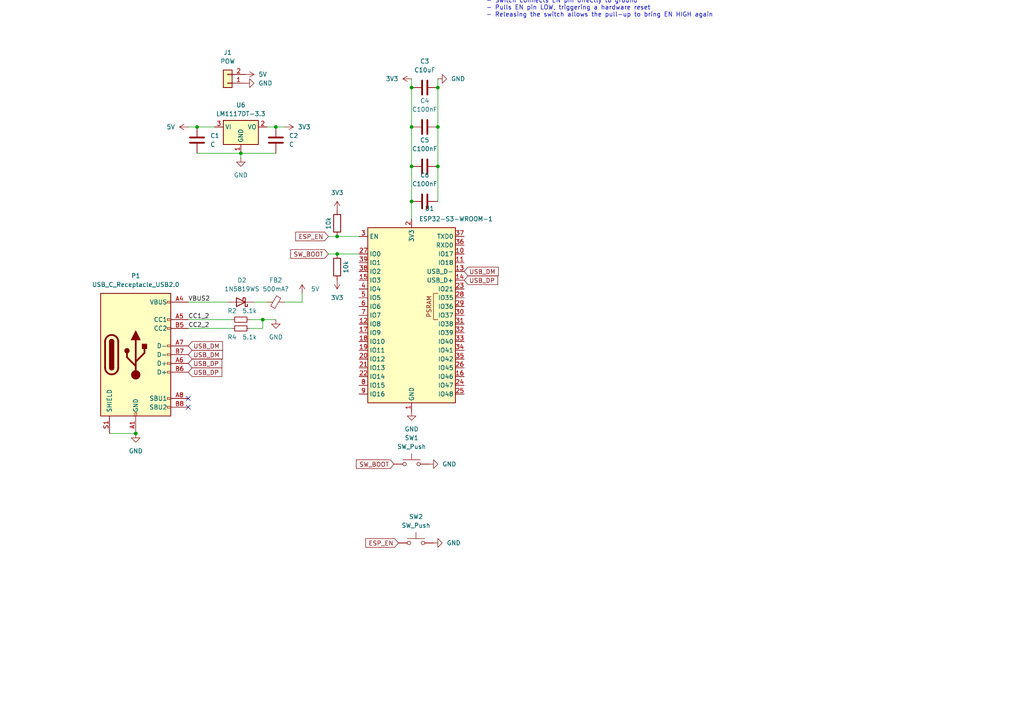
<source format=kicad_sch>
(kicad_sch (version 20250114) (generator "eeschema") (generator_version "9.0")
  (paper "A4")
  (title_block (title "Car Drive by Wire interface") (rev "v1") (company "ESP32S3 main control unit") (comment 1 "Steering: Pair of Digital Potentiometers to spoof the steering torque sensor") (comment 2 "Throttle: Pair of Digital Potentiometers to spoof the steering torque sensor") (comment 3 "Brake: motor driver for the Linear Actuator") (comment 4 "CAN1 & CAN2: feedback on throttle pedal position, steering angle, wheel speed, brake pressure") (comment 5 "USB Serial: higher computer to give commands and get feedback"))
  (lib_symbols
    (symbol "Connector:USB_C_Receptacle_USB2.0" (pin_names (offset 1.016))
      (property "Reference" "J" (at -10.16 19.05 0))
      (property "Value" "USB_C_Receptacle_USB2.0" (at 19.05 19.05 0))
      (symbol "USB_C_Receptacle_USB2.0_0_0"
        (rectangle (start -0.254 -17.78) (end 0.254 -16.764))
        (rectangle (start 10.16 15.494) (end 9.144 14.986))
        (rectangle (start 10.16 10.414) (end 9.144 9.906))
        (rectangle (start 10.16 7.874) (end 9.144 7.366))
        (rectangle (start 10.16 2.794) (end 9.144 2.286))
        (rectangle (start 10.16 0.254) (end 9.144 -0.254))
        (rectangle (start 10.16 -2.286) (end 9.144 -2.794))
        (rectangle (start 10.16 -4.826) (end 9.144 -5.334))
        (rectangle (start 10.16 -12.446) (end 9.144 -12.954))
        (rectangle (start 10.16 -14.986) (end 9.144 -15.494))
      )
      (symbol "USB_C_Receptacle_USB2.0_0_1"
        (rectangle (start -10.16 17.78) (end 10.16 -17.78) (stroke (width 0.254)) (fill (type background)))
        (polyline (pts (xy -8.89 -3.81) (xy -8.89 3.81)) (stroke (width 0.508)))
        (rectangle (start -7.62 -3.81) (end -6.35 3.81) (stroke (width 0.254)) (fill (type outline)))
        (arc (start -7.62 3.81) (mid -6.985 4.4422) (end -6.35 3.81) (stroke (width 0.254)))
        (arc (start -7.62 3.81) (mid -6.985 4.4422) (end -6.35 3.81) (stroke (width 0.254)) (fill (type outline)))
        (arc (start -8.89 3.81) (mid -6.985 5.7066) (end -5.08 3.81) (stroke (width 0.508)))
        (arc (start -5.08 -3.81) (mid -6.985 -5.7066) (end -8.89 -3.81) (stroke (width 0.508)))
        (arc (start -6.35 -3.81) (mid -6.985 -4.4422) (end -7.62 -3.81) (stroke (width 0.254)))
        (arc (start -6.35 -3.81) (mid -6.985 -4.4422) (end -7.62 -3.81) (stroke (width 0.254)) (fill (type outline)))
        (polyline (pts (xy -5.08 3.81) (xy -5.08 -3.81)) (stroke (width 0.508)))
        (circle (center -2.54 1.143) (radius 0.635) (stroke (width 0.254)) (fill (type outline)))
        (polyline (pts (xy -1.27 4.318) (xy 0 6.858) (xy 1.27 4.318) (xy -1.27 4.318)) (stroke (width 0.254)) (fill (type outline)))
        (polyline (pts (xy 0 -2.032) (xy 2.54 0.508) (xy 2.54 1.778)) (stroke (width 0.508)))
        (polyline (pts (xy 0 -3.302) (xy -2.54 -0.762) (xy -2.54 0.508)) (stroke (width 0.508)))
        (polyline (pts (xy 0 -5.842) (xy 0 4.318)) (stroke (width 0.508)))
        (circle (center 0 -5.842) (radius 1.27) (fill (type outline)))
        (rectangle (start 1.905 1.778) (end 3.175 3.048) (stroke (width 0.254)) (fill (type outline)))
      )
      (symbol "USB_C_Receptacle_USB2.0_1_1"
        (pin passive line (at -7.62 -22.86 90) (length 5.08) (name "SHIELD") (number "S1"))
        (pin passive line (at 0 -22.86 90) (length 5.08) (name "GND") (number "A1"))
        (pin passive line (at 0 -22.86 90) (length 5.08) (hide yes) (name "GND") (number "A12"))
        (pin passive line (at 0 -22.86 90) (length 5.08) (hide yes) (name "GND") (number "B1"))
        (pin passive line (at 0 -22.86 90) (length 5.08) (hide yes) (name "GND") (number "B12"))
        (pin passive line (at 15.24 15.24 180) (length 5.08) (name "VBUS") (number "A4"))
        (pin passive line (at 15.24 15.24 180) (length 5.08) (hide yes) (name "VBUS") (number "A9"))
        (pin passive line (at 15.24 15.24 180) (length 5.08) (hide yes) (name "VBUS") (number "B4"))
        (pin passive line (at 15.24 15.24 180) (length 5.08) (hide yes) (name "VBUS") (number "B9"))
        (pin bidirectional line (at 15.24 10.16 180) (length 5.08) (name "CC1") (number "A5"))
        (pin bidirectional line (at 15.24 7.62 180) (length 5.08) (name "CC2") (number "B5"))
        (pin bidirectional line (at 15.24 2.54 180) (length 5.08) (name "D-") (number "A7"))
        (pin bidirectional line (at 15.24 0 180) (length 5.08) (name "D-") (number "B7"))
        (pin bidirectional line (at 15.24 -2.54 180) (length 5.08) (name "D+") (number "A6"))
        (pin bidirectional line (at 15.24 -5.08 180) (length 5.08) (name "D+") (number "B6"))
        (pin bidirectional line (at 15.24 -12.7 180) (length 5.08) (name "SBU1") (number "A8"))
        (pin bidirectional line (at 15.24 -15.24 180) (length 5.08) (name "SBU2") (number "B8"))
      )
    )
    (symbol "Connector_Generic:Conn_01x02" (pin_names (offset 1.016) (hide yes))
      (property "Reference" "J" (at 0 2.54 0))
      (property "Value" "Conn_01x02" (at 0 -5.08 0))
      (symbol "Conn_01x02_1_1"
        (rectangle (start -1.27 1.27) (end 1.27 -3.81) (stroke (width 0.254)) (fill (type background)))
        (rectangle (start -1.27 0.127) (end 0 -0.127) (stroke (width 0.1524)))
        (rectangle (start -1.27 -2.413) (end 0 -2.667) (stroke (width 0.1524)))
        (pin passive line (at -5.08 0 0) (length 3.81) (name "Pin_1") (number "1"))
        (pin passive line (at -5.08 -2.54 0) (length 3.81) (name "Pin_2") (number "2"))
      )
    )
    (symbol "Device:C" (pin_numbers (hide yes)) (pin_names (offset 0.254))
      (property "Reference" "C" (at 0.635 2.54 0))
      (property "Value" "C" (at 0.635 -2.54 0))
      (symbol "C_0_1"
        (polyline (pts (xy -2.032 0.762) (xy 2.032 0.762)) (stroke (width 0.508)))
        (polyline (pts (xy -2.032 -0.762) (xy 2.032 -0.762)) (stroke (width 0.508)))
      )
      (symbol "C_1_1"
        (pin passive line (at 0 3.81 270) (length 2.794) (name "~") (number "1"))
        (pin passive line (at 0 -3.81 90) (length 2.794) (name "~") (number "2"))
      )
    )
    (symbol "Device:FerriteBead_Small" (pin_numbers (hide yes)) (pin_names (offset 0))
      (property "Reference" "FB" (at 1.905 1.27 0))
      (property "Value" "FerriteBead_Small" (at 1.905 -1.27 0))
      (symbol "FerriteBead_Small_0_1"
        (polyline (pts (xy -1.8288 0.2794) (xy -1.1176 1.4986) (xy 1.8288 -0.2032) (xy 1.1176 -1.4224) (xy -1.8288 0.2794)))
        (polyline (pts (xy 0 0.889) (xy 0 1.2954)))
        (polyline (pts (xy 0 -1.27) (xy 0 -0.7874)))
      )
      (symbol "FerriteBead_Small_1_1"
        (pin passive line (at 0 2.54 270) (length 1.27) (name "~") (number "1"))
        (pin passive line (at 0 -2.54 90) (length 1.27) (name "~") (number "2"))
      )
    )
    (symbol "Device:R" (pin_numbers (hide yes)) (pin_names (offset 0))
      (property "Reference" "R" (at 2.032 0 90))
      (property "Value" "R" (at 0 0 90))
      (symbol "R_0_1"
        (rectangle (start -1.016 -2.54) (end 1.016 2.54) (stroke (width 0.254)))
      )
      (symbol "R_1_1"
        (pin passive line (at 0 3.81 270) (length 1.27) (name "~") (number "1"))
        (pin passive line (at 0 -3.81 90) (length 1.27) (name "~") (number "2"))
      )
    )
    (symbol "Device:R_Small" (pin_numbers (hide yes)) (pin_names (offset 0.254) (hide yes))
      (property "Reference" "R" (at 0.762 0.508 0))
      (property "Value" "R_Small" (at 0.762 -1.016 0))
      (symbol "R_Small_0_1"
        (rectangle (start -0.762 1.778) (end 0.762 -1.778) (stroke (width 0.2032)))
      )
      (symbol "R_Small_1_1"
        (pin passive line (at 0 2.54 270) (length 0.762) (name "~") (number "1"))
        (pin passive line (at 0 -2.54 90) (length 0.762) (name "~") (number "2"))
      )
    )
    (symbol "Diode:1N5819WS" (pin_numbers (hide yes)) (pin_names (offset 1.016) (hide yes))
      (property "Reference" "D" (at 0 2.54 0))
      (property "Value" "1N5819WS" (at 0 -2.54 0))
      (symbol "1N5819WS_0_1"
        (polyline (pts (xy -1.905 0.635) (xy -1.905 1.27) (xy -1.27 1.27) (xy -1.27 -1.27) (xy -0.635 -1.27) (xy -0.635 -0.635)) (stroke (width 0.254)))
        (polyline (pts (xy 1.27 1.27) (xy 1.27 -1.27) (xy -1.27 0) (xy 1.27 1.27)) (stroke (width 0.254)))
        (polyline (pts (xy 1.27 0) (xy -1.27 0)))
      )
      (symbol "1N5819WS_1_1"
        (pin passive line (at -3.81 0 0) (length 2.54) (name "K") (number "1"))
        (pin passive line (at 3.81 0 180) (length 2.54) (name "A") (number "2"))
      )
    )
    (symbol "RF_Module:ESP32-S3-WROOM-1"
      (property "Reference" "U" (at -12.7 26.67 0))
      (property "Value" "ESP32-S3-WROOM-1" (at 12.7 26.67 0))
      (symbol "ESP32-S3-WROOM-1_0_0"
        (rectangle (start -12.7 25.4) (end 12.7 -25.4) (stroke (width 0.254)) (fill (type background)))
        (text "PSRAM" (at 5.08 2.54 900) (effects (font (size 1.27 1.27))))
      )
      (symbol "ESP32-S3-WROOM-1_0_1"
        (polyline (pts (xy 7.62 -1.27) (xy 6.35 -1.27) (xy 6.35 6.35) (xy 7.62 6.35)))
      )
      (symbol "ESP32-S3-WROOM-1_1_1"
        (pin input line (at -15.24 22.86 0) (length 2.54) (name "EN") (number "3"))
        (pin bidirectional line (at -15.24 17.78 0) (length 2.54) (name "IO0") (number "27"))
        (pin bidirectional line (at -15.24 15.24 0) (length 2.54) (name "IO1") (number "39"))
        (pin bidirectional line (at -15.24 12.7 0) (length 2.54) (name "IO2") (number "38"))
        (pin bidirectional line (at -15.24 10.16 0) (length 2.54) (name "IO3") (number "15"))
        (pin bidirectional line (at -15.24 7.62 0) (length 2.54) (name "IO4") (number "4"))
        (pin bidirectional line (at -15.24 5.08 0) (length 2.54) (name "IO5") (number "5"))
        (pin bidirectional line (at -15.24 2.54 0) (length 2.54) (name "IO6") (number "6"))
        (pin bidirectional line (at -15.24 0 0) (length 2.54) (name "IO7") (number "7"))
        (pin bidirectional line (at -15.24 -2.54 0) (length 2.54) (name "IO8") (number "12"))
        (pin bidirectional line (at -15.24 -5.08 0) (length 2.54) (name "IO9") (number "17"))
        (pin bidirectional line (at -15.24 -7.62 0) (length 2.54) (name "IO10") (number "18"))
        (pin bidirectional line (at -15.24 -10.16 0) (length 2.54) (name "IO11") (number "19"))
        (pin bidirectional line (at -15.24 -12.7 0) (length 2.54) (name "IO12") (number "20"))
        (pin bidirectional line (at -15.24 -15.24 0) (length 2.54) (name "IO13") (number "21"))
        (pin bidirectional line (at -15.24 -17.78 0) (length 2.54) (name "IO14") (number "22"))
        (pin bidirectional line (at -15.24 -20.32 0) (length 2.54) (name "IO15") (number "8"))
        (pin bidirectional line (at -15.24 -22.86 0) (length 2.54) (name "IO16") (number "9"))
        (pin power_in line (at 0 27.94 270) (length 2.54) (name "3V3") (number "2"))
        (pin power_in line (at 0 -27.94 90) (length 2.54) (name "GND") (number "1"))
        (pin passive line (at 0 -27.94 90) (length 2.54) (hide yes) (name "GND") (number "40"))
        (pin passive line (at 0 -27.94 90) (length 2.54) (hide yes) (name "GND") (number "41"))
        (pin bidirectional line (at 15.24 22.86 180) (length 2.54) (name "TXD0") (number "37"))
        (pin bidirectional line (at 15.24 20.32 180) (length 2.54) (name "RXD0") (number "36"))
        (pin bidirectional line (at 15.24 17.78 180) (length 2.54) (name "IO17") (number "10"))
        (pin bidirectional line (at 15.24 15.24 180) (length 2.54) (name "IO18") (number "11"))
        (pin bidirectional line (at 15.24 12.7 180) (length 2.54) (name "USB_D-") (number "13"))
        (pin bidirectional line (at 15.24 10.16 180) (length 2.54) (name "USB_D+") (number "14"))
        (pin bidirectional line (at 15.24 7.62 180) (length 2.54) (name "IO21") (number "23"))
        (pin bidirectional line (at 15.24 5.08 180) (length 2.54) (name "IO35") (number "28"))
        (pin bidirectional line (at 15.24 2.54 180) (length 2.54) (name "IO36") (number "29"))
        (pin bidirectional line (at 15.24 0 180) (length 2.54) (name "IO37") (number "30"))
        (pin bidirectional line (at 15.24 -2.54 180) (length 2.54) (name "IO38") (number "31"))
        (pin bidirectional line (at 15.24 -5.08 180) (length 2.54) (name "IO39") (number "32"))
        (pin bidirectional line (at 15.24 -7.62 180) (length 2.54) (name "IO40") (number "33"))
        (pin bidirectional line (at 15.24 -10.16 180) (length 2.54) (name "IO41") (number "34"))
        (pin bidirectional line (at 15.24 -12.7 180) (length 2.54) (name "IO42") (number "35"))
        (pin bidirectional line (at 15.24 -15.24 180) (length 2.54) (name "IO45") (number "26"))
        (pin bidirectional line (at 15.24 -17.78 180) (length 2.54) (name "IO46") (number "16"))
        (pin bidirectional line (at 15.24 -20.32 180) (length 2.54) (name "IO47") (number "24"))
        (pin bidirectional line (at 15.24 -22.86 180) (length 2.54) (name "IO48") (number "25"))
      )
    )
    (symbol "Regulator_Linear:LM1117DT-3.3"
      (property "Reference" "U" (at -3.81 3.175 0))
      (property "Value" "LM1117DT-3.3" (at 0 3.175 0))
      (symbol "LM1117DT-3.3_0_1"
        (rectangle (start -5.08 -5.08) (end 5.08 1.905) (stroke (width 0.254)) (fill (type background)))
      )
      (symbol "LM1117DT-3.3_1_1"
        (pin power_in line (at -7.62 0 0) (length 2.54) (name "VI") (number "3"))
        (pin power_in line (at 0 -7.62 90) (length 2.54) (name "GND") (number "1"))
        (pin power_out line (at 7.62 0 180) (length 2.54) (name "VO") (number "2"))
      )
    )
    (symbol "Switch:SW_Push" (pin_numbers (hide yes)) (pin_names (offset 1.016) (hide yes))
      (property "Reference" "SW" (at 1.27 2.54 0))
      (property "Value" "SW_Push" (at 0 -1.524 0))
      (symbol "SW_Push_0_1"
        (circle (center -2.032 0) (radius 0.508))
        (polyline (pts (xy 0 1.27) (xy 0 3.048)))
        (circle (center 2.032 0) (radius 0.508))
        (polyline (pts (xy 2.54 1.27) (xy -2.54 1.27)))
        (pin passive line (at -5.08 0 0) (length 2.54) (name "1") (number "1"))
        (pin passive line (at 5.08 0 180) (length 2.54) (name "2") (number "2"))
      )
    )
    (symbol "power:+5V" (power) (pin_names (offset 0))
      (property "Value" "+5V" (at 0 3.556 0))
      (symbol "+5V_0_1"
        (polyline (pts (xy -0.762 1.27) (xy 0 2.54)))
        (polyline (pts (xy 0 2.54) (xy 0.762 1.27)))
        (polyline (pts (xy 0 0) (xy 0 2.54)))
      )
      (symbol "+5V_1_1"
        (pin power_in line (at 0 0 90) (length 0) (hide yes) (name "+5V") (number "1"))
      )
    )
    (symbol "power:GND" (power) (pin_names (offset 0))
      (property "Value" "GND" (at 0 -3.81 0))
      (symbol "GND_0_1"
        (polyline (pts (xy 0 0) (xy 0 -1.27) (xy 1.27 -1.27) (xy 0 -2.54) (xy -1.27 -1.27) (xy 0 -1.27)))
      )
      (symbol "GND_1_1"
        (pin power_in line (at 0 0 270) (length 0) (hide yes) (name "GND") (number "1"))
      )
    )
  )
  (text "# Drive-by-Wire Interface System Requirements\n\n## System Overview\n- Primary Controller: ESP32-S3-WROOM-1\n- Purpose: Automotive Drive-by-Wire Interface\n\n## Power System\n- Input: 12V from Car Battery\n- Onboard Voltage: 3.3V for digital systems\n- No reverse polarity protection required\n\n## Sensor Interface Strategy\n### Sensor Y-Junction Design\n- Dual input paths for each critical sensor\n- Relay-based routing mechanism\n- Capabilities:\n  1. Pass-through original sensor data\n  2. Inject spoofed digital potentiometer signals\n- Sensors Covered:\n  - Steering Sensor\n  - Throttle Sensor\n\n## Communication Interfaces\n- Dual CAN Lines\n  - Purpose: Vehicle network communication\n  - Feedback Channels:\n    * Throttle pedal position\n    * Steering angle\n    * Wheel speed\n    * Brake pressure\n\n- USB Serial\n  - Purpose: Diagnostic interface\n  - Allows:\n    * Command input\n    * Telemetry reporting\n    * System configuration\n\n## Actuator Control\n- Linear Actuator Drive\n  - 12V MOSFET-driven motor driver\n  - Direct ESP32 control\n  - Intended for brake/throttle actuation\n\n## Control Interfaces\n- Reset Button\n  - Manual ESP32 reset\n- Boot Mode Button\n  - Force ESP32 into boot/programming mode\n\n## Design Philosophy\n- Modular signal routing\n- Flexible sensor spoofing\n- Direct digital control of vehicle systems\n" (at -57.404 38.354 0) (effects (font (size 1.27 1.27)) (justify left top)))
  (text "When the switch is NOT pressed:\n- 10kΩ pull-up resistor (R1) keeps EN pin HIGH\n- ESP32 operates normally\nWhen the switch IS pressed:\n- Switch connects EN pin directly to ground\n- Pulls EN pin LOW, triggering a hardware reset\n- Releasing the switch allows the pull-up to bring EN HIGH again\n" (at 140.97 -8.636 0) (effects (font (size 1.27 1.27)) (justify left top)))
  (junction (at 97.79 68.58))
  (junction (at 76.2 92.71))
  (junction (at 119.38 58.42))
  (junction (at 127 25.4))
  (junction (at 97.79 73.66))
  (junction (at 119.38 36.83))
  (junction (at 39.37 125.73))
  (junction (at 119.38 48.26))
  (junction (at 127 48.26))
  (junction (at 127 36.83))
  (junction (at 57.15 36.83))
  (junction (at 69.85 44.45))
  (junction (at 119.38 25.4))
  (junction (at 80.01 36.83))
  (no_connect (at 54.61 115.57))
  (no_connect (at 54.61 118.11))
  (wire (pts (xy 76.2 92.71) (xy 80.01 92.71)))
  (wire (pts (xy 31.75 125.73) (xy 39.37 125.73)))
  (wire (pts (xy 97.79 73.66) (xy 104.14 73.66)))
  (wire (pts (xy 87.63 87.63) (xy 82.55 87.63)))
  (wire (pts (xy 72.39 92.71) (xy 76.2 92.71)))
  (wire (pts (xy 127 25.4) (xy 127 36.83)))
  (wire (pts (xy 72.39 95.25) (xy 76.2 95.25)))
  (wire (pts (xy 119.38 48.26) (xy 119.38 58.42)))
  (wire (pts (xy 87.63 85.09) (xy 87.63 87.63)))
  (wire (pts (xy 127 48.26) (xy 127 58.42)))
  (wire (pts (xy 119.38 36.83) (xy 119.38 48.26)))
  (wire (pts (xy 69.85 44.45) (xy 80.01 44.45)))
  (wire (pts (xy 54.61 92.71) (xy 67.31 92.71)))
  (wire (pts (xy 80.01 36.83) (xy 77.47 36.83)))
  (wire (pts (xy 54.61 36.83) (xy 57.15 36.83)))
  (wire (pts (xy 57.15 36.83) (xy 62.23 36.83)))
  (wire (pts (xy 69.85 45.72) (xy 69.85 44.45)))
  (wire (pts (xy 97.79 68.58) (xy 104.14 68.58)))
  (wire (pts (xy 76.2 92.71) (xy 76.2 95.25)))
  (wire (pts (xy 95.25 73.66) (xy 97.79 73.66)))
  (wire (pts (xy 57.15 44.45) (xy 69.85 44.45)))
  (wire (pts (xy 73.66 87.63) (xy 77.47 87.63)))
  (wire (pts (xy 119.38 58.42) (xy 119.38 63.5)))
  (wire (pts (xy 127 22.86) (xy 127 25.4)))
  (wire (pts (xy 119.38 25.4) (xy 119.38 36.83)))
  (wire (pts (xy 82.55 36.83) (xy 80.01 36.83)))
  (wire (pts (xy 119.38 22.86) (xy 119.38 25.4)))
  (wire (pts (xy 95.25 68.58) (xy 97.79 68.58)))
  (wire (pts (xy 127 36.83) (xy 127 48.26)))
  (wire (pts (xy 54.61 95.25) (xy 67.31 95.25)))
  (wire (pts (xy 54.61 87.63) (xy 66.04 87.63)))
  (label "CC1_2" (at 54.61 92.71 0))
  (label "CC2_2" (at 54.61 95.25 0))
  (label "VBUS2" (at 54.61 87.63 0))
  (global_label "USB_DM" (shape input) (at 54.61 102.87 0) (property "Intersheetrefs" "${INTERSHEET_REFS}" (effects (hide yes))))
  (global_label "ESP_EN" (shape input) (at 95.25 68.58 180) (property "Intersheetrefs" "${INTERSHEET_REFS}" (effects (hide yes))))
  (global_label "USB_DM" (shape input) (at 54.61 100.33 0) (property "Intersheetrefs" "${INTERSHEET_REFS}" (effects (hide yes))))
  (global_label "ESP_EN" (shape input) (at 115.57 157.48 180) (property "Intersheetrefs" "${INTERSHEET_REFS}" (effects (hide yes))))
  (global_label "SW_BOOT" (shape input) (at 114.3 134.62 180) (property "Intersheetrefs" "${INTERSHEET_REFS}" (effects (hide yes))))
  (global_label "USB_DP" (shape input) (at 54.61 105.41 0) (property "Intersheetrefs" "${INTERSHEET_REFS}" (effects (hide yes))))
  (global_label "USB_DP" (shape input) (at 54.61 107.95 0) (property "Intersheetrefs" "${INTERSHEET_REFS}" (effects (hide yes))))
  (global_label "USB_DP" (shape input) (at 134.62 81.28 0) (property "Intersheetrefs" "${INTERSHEET_REFS}" (effects (hide yes))))
  (global_label "USB_DM" (shape input) (at 134.62 78.74 0) (property "Intersheetrefs" "${INTERSHEET_REFS}" (effects (hide yes))))
  (global_label "SW_BOOT" (shape input) (at 95.25 73.66 180) (property "Intersheetrefs" "${INTERSHEET_REFS}" (effects (hide yes))))
  (symbol (lib_id "power:+5V") (at 87.63 85.09 0) (unit 1)
    (property "Reference" "#PWR034" (effects (hide yes)))
    (property "Value" "5V" (at 90.17 83.8199 0) (effects (justify left)))
  )
  (symbol (lib_id "Device:R") (at 97.79 64.77 0) (unit 1)
    (property "Reference" "R1" (effects (hide yes)))
    (property "Value" "10k" (at 95.25 64.77 90))
  )
  (symbol (lib_id "Device:C") (at 57.15 40.64 0) (unit 1)
    (property "Reference" "C1" (at 60.96 39.3699 0) (effects (justify left)))
    (property "Value" "C" (at 60.96 41.9099 0) (effects (justify left)))
    (property "Footprint" "Capacitor_SMD:C_0805_2012Metric" (effects (hide yes)))
    (property "Description" "Unpolarized capacitor" (effects (hide yes)))
  )
  (symbol (lib_id "power:+5V") (at 71.12 21.59 270) (unit 1)
    (property "Reference" "#PWR014" (effects (hide yes)))
    (property "Value" "5V" (at 74.93 21.5899 90) (effects (justify left)))
  )
  (symbol (lib_id "Device:FerriteBead_Small") (at 80.01 87.63 90) (unit 1)
    (property "Reference" "FB2" (at 79.9719 81.28 90))
    (property "Value" "500mA?" (at 79.9719 83.82 90))
    (property "Footprint" "Inductor_SMD:L_0603_1608Metric" (effects (hide yes)))
  )
  (symbol (lib_id "Device:C") (at 123.19 58.42 270) (unit 1)
    (property "Reference" "C6" (at 123.19 50.8 90))
    (property "Value" "C100nF" (at 123.19 53.34 90))
    (property "Footprint" "Capacitor_SMD:C_0603_1608Metric" (effects (hide yes)))
    (property "Description" "Unpolarized capacitor" (effects (hide yes)))
  )
  (symbol (lib_id "Device:C") (at 123.19 25.4 270) (unit 1)
    (property "Reference" "C3" (at 123.19 17.78 90))
    (property "Value" "C10uF" (at 123.19 20.32 90))
    (property "Footprint" "Capacitor_SMD:C_1206_3216Metric" (effects (hide yes)))
    (property "Description" "Unpolarized capacitor" (effects (hide yes)))
  )
  (symbol (lib_id "Diode:1N5819WS") (at 69.85 87.63 180) (unit 1)
    (property "Reference" "D2" (at 70.1675 81.28 0))
    (property "Value" "1N5819WS" (at 70.1675 83.82 0))
    (property "Footprint" "Diode_SMD:D_SOD-323" (effects (hide yes)))
    (property "Datasheet" "https://datasheet.lcsc.com/lcsc/2204281430_Guangdong-Hottech-1N5819WS_C191023.pdf" (effects (hide yes)))
  )
  (symbol (lib_id "power:GND") (at 125.73 157.48 90) (unit 1)
    (property "Reference" "#PWR05" (effects (hide yes)))
    (property "Value" "GND" (at 129.54 157.4799 90) (effects (justify right)))
  )
  (symbol (lib_id "power:+5V") (at 97.79 60.96 0) (unit 1)
    (property "Reference" "#PWR09" (effects (hide yes)))
    (property "Value" "3V3" (at 97.79 55.88 0))
  )
  (symbol (lib_id "Connector_Generic:Conn_01x02") (at 66.04 24.13 180) (unit 1)
    (property "Reference" "J1" (at 66.04 15.24 0))
    (property "Value" "POW" (at 66.04 17.78 0))
    (property "Footprint" "Connector_Molex:Molex_KK-254_AE-6410-02A_1x02_P2.54mm_Vertical" (effects (hide yes)))
    (property "Description" "Generic connector, single row, 01x02, script generated (kicad-library-utils/schlib/autogen/connector/)" (effects (hide yes)))
  )
  (symbol (lib_id "power:+5V") (at 54.61 36.83 90) (unit 1)
    (property "Reference" "#PWR01" (effects (hide yes)))
    (property "Value" "5V" (at 50.8 36.8299 90) (effects (justify left)))
  )
  (symbol (lib_id "power:GND") (at 80.01 92.71 0) (unit 1)
    (property "Reference" "#PWR012" (effects (hide yes)))
    (property "Value" "GND" (at 80.01 97.79 0))
  )
  (symbol (lib_id "Device:C") (at 80.01 40.64 0) (unit 1)
    (property "Reference" "C2" (at 83.82 39.3699 0) (effects (justify left)))
    (property "Value" "C" (at 83.82 41.9099 0) (effects (justify left)))
    (property "Footprint" "Capacitor_SMD:C_0805_2012Metric" (effects (hide yes)))
    (property "Description" "Unpolarized capacitor" (effects (hide yes)))
  )
  (symbol (lib_id "Device:C") (at 123.19 36.83 270) (unit 1)
    (property "Reference" "C4" (at 123.19 29.21 90))
    (property "Value" "C100nF" (at 123.19 31.75 90))
    (property "Footprint" "Capacitor_SMD:C_0603_1608Metric" (effects (hide yes)))
    (property "Description" "Unpolarized capacitor" (effects (hide yes)))
  )
  (symbol (lib_id "RF_Module:ESP32-S3-WROOM-1") (at 119.38 91.44 0) (unit 1)
    (property "Reference" "U1" (at 123.19 60.452 0) (effects (justify left)))
    (property "Value" "ESP32-S3-WROOM-1" (at 121.5233 63.5 0) (effects (justify left)))
    (property "Footprint" "RF_Module:ESP32-S3-WROOM-1" (effects (hide yes)))
    (property "Datasheet" "https://www.espressif.com/sites/default/files/documentation/esp32-s3-wroom-1_wroom-1u_datasheet_en.pdf" (effects (hide yes)))
    (property "Description" "RF Module, ESP32-S3 SoC, Wi-Fi 802.11b/g/n, Bluetooth, BLE, 32-bit, 3.3V, onboard antenna, SMD" (effects (hide yes)))
  )
  (symbol (lib_id "Switch:SW_Push") (at 119.38 134.62 0) (unit 1)
    (property "Reference" "SW1" (at 119.38 127 0))
    (property "Value" "SW_Push" (at 119.38 129.54 0))
    (property "Footprint" "Button_Switch_SMD:SW_SPST_B3U-1000P" (effects (hide yes)))
  )
  (symbol (lib_id "power:GND") (at 124.46 134.62 90) (unit 1)
    (property "Reference" "#PWR04" (effects (hide yes)))
    (property "Value" "GND" (at 128.27 134.6199 90) (effects (justify right)))
  )
  (symbol (lib_id "power:+5V") (at 82.55 36.83 270) (unit 1)
    (property "Reference" "#PWR07" (effects (hide yes)))
    (property "Value" "3V3" (at 86.36 36.8299 90) (effects (justify left)))
  )
  (symbol (lib_id "Switch:SW_Push") (at 120.65 157.48 0) (unit 1)
    (property "Reference" "SW2" (at 120.65 149.86 0))
    (property "Value" "SW_Push" (at 120.65 152.4 0))
    (property "Footprint" "Button_Switch_SMD:SW_SPST_B3U-1000P" (effects (hide yes)))
  )
  (symbol (lib_id "power:GND") (at 119.38 119.38 0) (unit 1)
    (property "Reference" "#PWR02" (effects (hide yes)))
    (property "Value" "GND" (at 119.38 124.46 0))
  )
  (symbol (lib_id "Device:R") (at 97.79 77.47 180) (unit 1)
    (property "Reference" "R3" (effects (hide yes)))
    (property "Value" "10k" (at 100.33 77.47 90))
  )
  (symbol (lib_id "power:GND") (at 71.12 24.13 90) (unit 1)
    (property "Reference" "#PWR013" (effects (hide yes)))
    (property "Value" "GND" (at 74.93 24.1299 90) (effects (justify right)))
  )
  (symbol (lib_id "Regulator_Linear:LM1117DT-3.3") (at 69.85 36.83 0) (unit 1)
    (property "Reference" "U6" (at 69.85 30.48 0))
    (property "Value" "LM1117DT-3.3" (at 69.85 33.02 0))
    (property "Footprint" "Package_TO_SOT_SMD:TO-252-3_TabPin2" (effects (hide yes)))
    (property "Datasheet" "http://www.ti.com/lit/ds/symlink/lm1117.pdf" (effects (hide yes)))
    (property "Description" "800mA Low-Dropout Linear Regulator, 3.3V fixed output, TO-252" (effects (hide yes)))
  )
  (symbol (lib_id "power:GND") (at 39.37 125.73 0) (unit 1)
    (property "Reference" "#PWR06" (effects (hide yes)))
    (property "Value" "GND" (at 39.37 130.81 0))
  )
  (symbol (lib_id "power:GND") (at 69.85 45.72 0) (unit 1)
    (property "Reference" "#PWR011" (effects (hide yes)))
    (property "Value" "GND" (at 69.85 50.8 0))
  )
  (symbol (lib_id "power:+5V") (at 97.79 81.28 180) (unit 1)
    (property "Reference" "#PWR010" (effects (hide yes)))
    (property "Value" "3V3" (at 97.79 86.36 0))
  )
  (symbol (lib_id "Connector:USB_C_Receptacle_USB2.0") (at 39.37 102.87 0) (unit 1)
    (property "Reference" "P1" (at 39.37 80.01 0))
    (property "Value" "USB_C_Receptacle_USB2.0" (at 39.37 82.55 0))
    (property "Footprint" "Connector_USB:USB_C_Receptacle_HRO_TYPE-C-31-M-12" (effects (hide yes)))
    (property "Datasheet" "https://www.usb.org/sites/default/files/documents/usb_type-c.zip" (effects (hide yes)))
    (property "LCSC" "C165948" (effects (hide yes)))
  )
  (symbol (lib_id "Device:C") (at 123.19 48.26 270) (unit 1)
    (property "Reference" "C5" (at 123.19 40.64 90))
    (property "Value" "C100nF" (at 123.19 43.18 90))
    (property "Footprint" "Capacitor_SMD:C_0603_1608Metric" (effects (hide yes)))
    (property "Description" "Unpolarized capacitor" (effects (hide yes)))
  )
  (symbol (lib_id "power:GND") (at 127 22.86 90) (unit 1)
    (property "Reference" "#PWR03" (effects (hide yes)))
    (property "Value" "GND" (at 130.81 22.8599 90) (effects (justify right)))
  )
  (symbol (lib_id "Device:R_Small") (at 69.85 92.71 90) (unit 1)
    (property "Reference" "R2" (at 67.31 90.17 90))
    (property "Value" "5.1k" (at 72.39 90.17 90))
    (property "Footprint" "Resistor_SMD:R_0603_1608Metric" (effects (hide yes)))
    (property "LCSC" "C105580" (effects (hide yes)))
  )
  (symbol (lib_id "power:+5V") (at 119.38 22.86 90) (unit 1)
    (property "Reference" "#PWR08" (effects (hide yes)))
    (property "Value" "3V3" (at 115.57 22.8599 90) (effects (justify left)))
  )
  (symbol (lib_id "Device:R_Small") (at 69.85 95.25 90) (unit 1)
    (property "Reference" "R4" (at 67.31 97.79 90))
    (property "Value" "5.1k" (at 72.39 97.79 90))
    (property "Footprint" "Resistor_SMD:R_0603_1608Metric" (effects (hide yes)))
    (property "LCSC" "C105580" (effects (hide yes)))
  )
)
</source>
